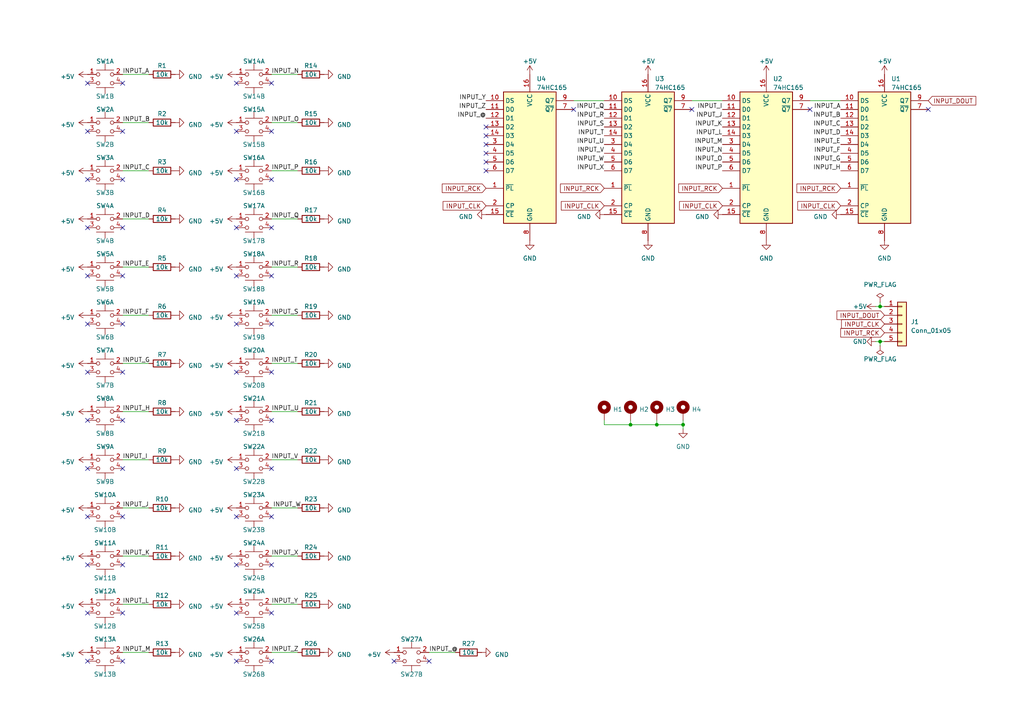
<source format=kicad_sch>
(kicad_sch (version 20220914) (generator eeschema)
  (paper "A4")
  (junction (at 255.27 99.06))
  (junction (at 190.5 123.19))
  (junction (at 182.88 123.19))
  (junction (at 255.27 88.9))
  (junction (at 198.12 123.19))
  (no_connect (at 78.74 107.95))
  (no_connect (at 25.4 121.92))
  (no_connect (at 25.4 107.95))
  (no_connect (at 25.4 93.98))
  (no_connect (at 68.58 107.95))
  (no_connect (at 35.56 163.83))
  (no_connect (at 35.56 191.77))
  (no_connect (at 35.56 149.86))
  (no_connect (at 35.56 135.89))
  (no_connect (at 35.56 177.8))
  (no_connect (at 35.56 93.98))
  (no_connect (at 35.56 107.95))
  (no_connect (at 35.56 121.92))
  (no_connect (at 35.56 80.01))
  (no_connect (at 78.74 163.83))
  (no_connect (at 78.74 149.86))
  (no_connect (at 78.74 135.89))
  (no_connect (at 78.74 121.92))
  (no_connect (at 78.74 177.8))
  (no_connect (at 78.74 191.77))
  (no_connect (at 35.56 52.07))
  (no_connect (at 35.56 66.04))
  (no_connect (at 35.56 24.13))
  (no_connect (at 35.56 38.1))
  (no_connect (at 78.74 80.01))
  (no_connect (at 269.24 31.75))
  (no_connect (at 234.95 31.75))
  (no_connect (at 140.97 36.83))
  (no_connect (at 166.37 31.75))
  (no_connect (at 200.66 31.75))
  (no_connect (at 25.4 80.01))
  (no_connect (at 25.4 24.13))
  (no_connect (at 25.4 38.1))
  (no_connect (at 25.4 52.07))
  (no_connect (at 25.4 66.04))
  (no_connect (at 68.58 66.04))
  (no_connect (at 68.58 52.07))
  (no_connect (at 68.58 38.1))
  (no_connect (at 68.58 24.13))
  (no_connect (at 68.58 93.98))
  (no_connect (at 68.58 80.01))
  (no_connect (at 140.97 49.53))
  (no_connect (at 140.97 39.37))
  (no_connect (at 140.97 41.91))
  (no_connect (at 140.97 44.45))
  (no_connect (at 140.97 46.99))
  (no_connect (at 78.74 93.98))
  (no_connect (at 78.74 38.1))
  (no_connect (at 78.74 66.04))
  (no_connect (at 78.74 24.13))
  (no_connect (at 25.4 191.77))
  (no_connect (at 25.4 177.8))
  (no_connect (at 25.4 163.83))
  (no_connect (at 25.4 149.86))
  (no_connect (at 25.4 135.89))
  (no_connect (at 68.58 177.8))
  (no_connect (at 68.58 149.86))
  (no_connect (at 68.58 163.83))
  (no_connect (at 114.3 191.77))
  (no_connect (at 68.58 135.89))
  (no_connect (at 68.58 121.92))
  (no_connect (at 68.58 191.77))
  (no_connect (at 78.74 52.07))
  (no_connect (at 124.46 191.77))
  (wire (pts (xy 43.18 119.38) (xy 35.56 119.38)))
  (wire (pts (xy 86.36 147.32) (xy 78.74 147.32)))
  (wire (pts (xy 255.27 88.9) (xy 256.54 88.9)))
  (wire (pts (xy 190.5 123.19) (xy 198.12 123.19)))
  (wire (pts (xy 190.5 121.92) (xy 190.5 123.19)))
  (wire (pts (xy 182.88 121.92) (xy 182.88 123.19)))
  (wire (pts (xy 255.27 99.06) (xy 256.54 99.06)))
  (wire (pts (xy 166.37 29.21) (xy 175.26 29.21)))
  (wire (pts (xy 43.18 189.23) (xy 35.56 189.23)))
  (wire (pts (xy 255.27 88.9) (xy 255.27 87.63)))
  (wire (pts (xy 43.18 105.41) (xy 35.56 105.41)))
  (wire (pts (xy 86.36 161.29) (xy 78.74 161.29)))
  (wire (pts (xy 86.36 133.35) (xy 78.74 133.35)))
  (wire (pts (xy 175.26 123.19) (xy 182.88 123.19)))
  (wire (pts (xy 86.36 105.41) (xy 78.74 105.41)))
  (wire (pts (xy 86.36 189.23) (xy 78.74 189.23)))
  (wire (pts (xy 200.66 29.21) (xy 209.55 29.21)))
  (wire (pts (xy 86.36 21.59) (xy 78.74 21.59)))
  (wire (pts (xy 175.26 121.92) (xy 175.26 123.19)))
  (wire (pts (xy 86.36 63.5) (xy 78.74 63.5)))
  (wire (pts (xy 86.36 119.38) (xy 78.74 119.38)))
  (wire (pts (xy 132.08 189.23) (xy 124.46 189.23)))
  (wire (pts (xy 43.18 161.29) (xy 35.56 161.29)))
  (wire (pts (xy 86.36 35.56) (xy 78.74 35.56)))
  (wire (pts (xy 43.18 91.44) (xy 35.56 91.44)))
  (wire (pts (xy 43.18 77.47) (xy 35.56 77.47)))
  (wire (pts (xy 198.12 124.46) (xy 198.12 123.19)))
  (wire (pts (xy 35.56 21.59) (xy 43.18 21.59)))
  (wire (pts (xy 234.95 29.21) (xy 243.84 29.21)))
  (wire (pts (xy 43.18 133.35) (xy 35.56 133.35)))
  (wire (pts (xy 43.18 63.5) (xy 35.56 63.5)))
  (wire (pts (xy 86.36 175.26) (xy 78.74 175.26)))
  (wire (pts (xy 182.88 123.19) (xy 190.5 123.19)))
  (wire (pts (xy 43.18 49.53) (xy 35.56 49.53)))
  (wire (pts (xy 43.18 35.56) (xy 35.56 35.56)))
  (wire (pts (xy 255.27 100.33) (xy 255.27 99.06)))
  (wire (pts (xy 198.12 123.19) (xy 198.12 121.92)))
  (wire (pts (xy 43.18 147.32) (xy 35.56 147.32)))
  (wire (pts (xy 86.36 49.53) (xy 78.74 49.53)))
  (wire (pts (xy 86.36 91.44) (xy 78.74 91.44)))
  (wire (pts (xy 254 99.06) (xy 255.27 99.06)))
  (wire (pts (xy 86.36 77.47) (xy 78.74 77.47)))
  (wire (pts (xy 43.18 175.26) (xy 35.56 175.26)))
  (wire (pts (xy 254 88.9) (xy 255.27 88.9)))
  (label "INPUT_R" (at 175.26 34.29 180))
  (label "INPUT_P" (at 78.74 49.53 0))
  (label "INPUT_C" (at 243.84 36.83 180))
  (label "INPUT_X" (at 78.74 161.29 0))
  (label "INPUT_F" (at 243.84 44.45 180))
  (label "INPUT_G" (at 35.56 105.41 0))
  (label "INPUT_W" (at 79.1763 147.32 0))
  (label "INPUT_F" (at 35.56 91.44 0))
  (label "INPUT_V" (at 78.74 133.35 0))
  (label "INPUT_@" (at 140.97 34.29 180))
  (label "INPUT_M" (at 35.56 189.23 0))
  (label "INPUT_H" (at 243.84 49.53 180))
  (label "INPUT_K" (at 209.55 36.83 180))
  (label "INPUT_B" (at 243.84 34.29 180))
  (label "INPUT_Q" (at 78.74 63.5 0))
  (label "INPUT_K" (at 35.56 161.29 0))
  (label "INPUT_G" (at 243.84 46.99 180))
  (label "INPUT_U" (at 175.26 41.91 180))
  (label "INPUT_U" (at 78.74 119.38 0))
  (label "INPUT_N" (at 209.55 44.45 180))
  (label "INPUT_J" (at 35.56 147.32 0))
  (label "INPUT_B" (at 35.56 35.56 0))
  (label "INPUT_Y" (at 140.97 29.21 180))
  (label "INPUT_V" (at 175.26 44.45 180))
  (label "INPUT_C" (at 35.56 49.53 0))
  (label "INPUT_S" (at 175.26 36.83 180))
  (label "INPUT_E" (at 35.56 77.47 0))
  (label "INPUT_W" (at 175.26 46.99 180))
  (label "INPUT_I" (at 35.56 133.35 0))
  (label "INPUT_S" (at 78.74 91.44 0))
  (label "INPUT_D" (at 243.84 39.37 180))
  (label "INPUT_E" (at 243.84 41.91 180))
  (label "INPUT_L" (at 35.56 175.26 0))
  (label "INPUT_M" (at 209.55 41.91 180))
  (label "INPUT_T" (at 78.74 105.41 0))
  (label "INPUT_Z" (at 140.97 31.75 180))
  (label "INPUT_A" (at 243.84 31.75 180))
  (label "INPUT_P" (at 209.55 49.53 180))
  (label "INPUT_X" (at 175.26 49.53 180))
  (label "INPUT_O" (at 209.55 46.99 180))
  (label "INPUT_@" (at 124.46 189.23 0))
  (label "INPUT_I" (at 209.55 31.75 180))
  (label "INPUT_H" (at 35.56 119.38 0))
  (label "INPUT_L" (at 209.55 39.37 180))
  (label "INPUT_Z" (at 78.74 189.23 0))
  (label "INPUT_Y" (at 78.74 175.26 0))
  (label "INPUT_A" (at 35.56 21.59 0))
  (label "INPUT_J" (at 209.55 34.29 180))
  (label "INPUT_O" (at 78.74 35.56 0))
  (label "INPUT_N" (at 78.74 21.59 0))
  (label "INPUT_Q" (at 175.26 31.75 180))
  (label "INPUT_R" (at 78.74 77.47 0))
  (label "INPUT_D" (at 35.56 63.5 0))
  (label "INPUT_T" (at 175.26 39.37 180))
  (global_label "INPUT_RCK" (shape input) (at 256.54 96.52 180) (property "Intersheetrefs" "${INTERSHEET_REFS}" (effects hide)))
  (global_label "INPUT_DOUT" (shape input) (at 256.54 91.44 180) (property "Intersheetrefs" "${INTERSHEET_REFS}" (effects hide)))
  (global_label "INPUT_CLK" (shape input) (at 140.97 59.69 180) (property "Intersheetrefs" "${INTERSHEET_REFS}" (effects hide)))
  (global_label "INPUT_RCK" (shape input) (at 209.55 54.61 180) (property "Intersheetrefs" "${INTERSHEET_REFS}" (effects hide)))
  (global_label "INPUT_RCK" (shape input) (at 140.97 54.61 180) (property "Intersheetrefs" "${INTERSHEET_REFS}" (effects hide)))
  (global_label "INPUT_DOUT" (shape input) (at 269.24 29.21 0) (property "Intersheetrefs" "${INTERSHEET_REFS}" (effects hide)))
  (global_label "INPUT_RCK" (shape input) (at 243.84 54.61 180) (property "Intersheetrefs" "${INTERSHEET_REFS}" (effects hide)))
  (global_label "INPUT_CLK" (shape input) (at 175.26 59.69 180) (property "Intersheetrefs" "${INTERSHEET_REFS}" (effects hide)))
  (global_label "INPUT_RCK" (shape input) (at 175.26 54.61 180) (property "Intersheetrefs" "${INTERSHEET_REFS}" (effects hide)))
  (global_label "INPUT_CLK" (shape input) (at 243.84 59.69 180) (property "Intersheetrefs" "${INTERSHEET_REFS}" (effects hide)))
  (global_label "INPUT_CLK" (shape input) (at 209.55 59.69 180) (property "Intersheetrefs" "${INTERSHEET_REFS}" (effects hide)))
  (global_label "INPUT_CLK" (shape input) (at 256.54 93.98 180) (property "Intersheetrefs" "${INTERSHEET_REFS}" (effects hide)))
  (symbol (lib_id "Switch:SW_Push_Dual_x2") (at 30.48 80.01 0) (mirror x) (unit 2)
    (default_instance (reference "SW1") (unit 2) (value "SW_Push_Dual_x2") (footprint "Button_Switch_SMD:SW_Push_1P1T_NO_CK_KSC6xxJ"))
    (property "Reference" "SW5" (at 30.48 83.82 0))
    (property "Value" "SW_Push_Dual_x2" (effects hide))
    (property "Footprint" "Button_Switch_SMD:SW_Push_1P1T_NO_CK_KSC6xxJ" (effects hide))
  )
  (symbol (lib_id "power:+5V") (at 25.4 21.59 90) (unit 1)
    (default_instance (reference "#PWR?") (unit 1) (value "+5V") (footprint ""))
    (property "Reference" "#PWR0137" (effects hide))
    (property "Value" "+5V" (at 21.59 22.225 90) (effects (justify left)))
  )
  (symbol (lib_id "power:GND") (at 50.8 133.35 90) (unit 1)
    (default_instance (reference "#PWR?") (unit 1) (value "GND") (footprint ""))
    (property "Reference" "#PWR0105" (effects hide))
    (property "Value" "GND" (at 54.61 133.985 90) (effects (justify right)))
  )
  (symbol (lib_id "Device:R") (at 90.17 91.44 90) (unit 1)
    (default_instance (reference "R1") (unit 1) (value "10k") (footprint ""))
    (property "Reference" "R19" (at 90.17 88.9 90))
    (property "Value" "10k" (at 90.17 91.44 90))
    (property "Footprint" "Resistor_THT:R_Axial_DIN0207_L6.3mm_D2.5mm_P10.16mm_Horizontal" (effects hide))
  )
  (symbol (lib_id "power:+5V") (at 68.58 161.29 90) (unit 1)
    (default_instance (reference "#PWR?") (unit 1) (value "+5V") (footprint ""))
    (property "Reference" "#PWR0127" (effects hide))
    (property "Value" "+5V" (at 64.77 161.925 90) (effects (justify left)))
  )
  (symbol (lib_id "74xx:74HC165") (at 256.54 44.45 0) (unit 1)
    (default_instance (reference "U1") (unit 1) (value "74HC165") (footprint ""))
    (property "Reference" "U1" (at 258.4959 22.86 0) (effects (justify left)))
    (property "Value" "74HC165" (at 258.4959 25.4 0) (effects (justify left)))
    (property "Footprint" "Package_DIP:DIP-16_W7.62mm" (effects hide))
    (property "Datasheet" "https://assets.nexperia.com/documents/data-sheet/74HC_HCT165.pdf" (effects hide))
  )
  (symbol (lib_id "power:GND") (at 93.98 105.41 90) (unit 1)
    (default_instance (reference "#PWR?") (unit 1) (value "GND") (footprint ""))
    (property "Reference" "#PWR0121" (effects hide))
    (property "Value" "GND" (at 97.79 106.045 90) (effects (justify right)))
  )
  (symbol (lib_id "power:+5V") (at 256.54 21.59 0) (unit 1)
    (default_instance (reference "#PWR?") (unit 1) (value "+5V") (footprint ""))
    (property "Reference" "#PWR0161" (effects hide))
    (property "Value" "+5V" (at 256.54 17.78 0))
  )
  (symbol (lib_id "power:GND") (at 93.98 91.44 90) (unit 1)
    (default_instance (reference "#PWR?") (unit 1) (value "GND") (footprint ""))
    (property "Reference" "#PWR0112" (effects hide))
    (property "Value" "GND" (at 97.79 92.075 90) (effects (justify right)))
  )
  (symbol (lib_id "Switch:SW_Push_Dual_x2") (at 30.48 91.44 0) (unit 1)
    (default_instance (reference "SW1") (unit 1) (value "SW_Push_Dual_x2") (footprint "Button_Switch_SMD:SW_Push_1P1T_NO_CK_KSC6xxJ"))
    (property "Reference" "SW6" (at 30.48 87.63 0))
    (property "Value" "SW_Push_Dual_x2" (effects hide))
    (property "Footprint" "Button_Switch_SMD:SW_Push_1P1T_NO_CK_KSC6xxJ" (effects hide))
  )
  (symbol (lib_id "power:+5V") (at 68.58 77.47 90) (unit 1)
    (default_instance (reference "#PWR?") (unit 1) (value "+5V") (footprint ""))
    (property "Reference" "#PWR0150" (effects hide))
    (property "Value" "+5V" (at 64.77 78.105 90) (effects (justify left)))
  )
  (symbol (lib_id "Switch:SW_Push_Dual_x2") (at 30.48 119.38 0) (unit 1)
    (default_instance (reference "SW1") (unit 1) (value "SW_Push_Dual_x2") (footprint "Button_Switch_SMD:SW_Push_1P1T_NO_CK_KSC6xxJ"))
    (property "Reference" "SW8" (at 30.48 115.57 0))
    (property "Value" "SW_Push_Dual_x2" (effects hide))
    (property "Footprint" "Button_Switch_SMD:SW_Push_1P1T_NO_CK_KSC6xxJ" (effects hide))
  )
  (symbol (lib_id "Device:R") (at 90.17 119.38 90) (unit 1)
    (default_instance (reference "R1") (unit 1) (value "10k") (footprint ""))
    (property "Reference" "R21" (at 90.17 116.84 90))
    (property "Value" "10k" (at 90.17 119.38 90))
    (property "Footprint" "Resistor_THT:R_Axial_DIN0207_L6.3mm_D2.5mm_P10.16mm_Horizontal" (effects hide))
  )
  (symbol (lib_id "power:GND") (at 93.98 119.38 90) (unit 1)
    (default_instance (reference "#PWR?") (unit 1) (value "GND") (footprint ""))
    (property "Reference" "#PWR0122" (effects hide))
    (property "Value" "GND" (at 97.79 120.015 90) (effects (justify right)))
  )
  (symbol (lib_id "power:GND") (at 254 99.06 270) (mirror x) (unit 1)
    (default_instance (reference "#PWR?") (unit 1) (value "GND") (footprint ""))
    (property "Reference" "#PWR0163" (effects hide))
    (property "Value" "GND" (at 251.46 99.06 90) (effects (justify right)))
  )
  (symbol (lib_id "Mechanical:MountingHole_Pad") (at 190.5 119.38 0) (unit 1)
    (default_instance (reference "H1") (unit 1) (value "MountingHole_Pad") (footprint ""))
    (property "Reference" "H3" (at 193.04 118.745 0) (effects (justify left)))
    (property "Value" "MountingHole_Pad" (effects hide))
    (property "Footprint" "MountingHole:MountingHole_4.3mm_M4_DIN965_Pad" (effects hide))
  )
  (symbol (lib_id "power:+5V") (at 68.58 105.41 90) (unit 1)
    (default_instance (reference "#PWR?") (unit 1) (value "+5V") (footprint ""))
    (property "Reference" "#PWR0114" (effects hide))
    (property "Value" "+5V" (at 64.77 106.045 90) (effects (justify left)))
  )
  (symbol (lib_id "Device:R") (at 90.17 63.5 90) (unit 1)
    (default_instance (reference "R1") (unit 1) (value "10k") (footprint ""))
    (property "Reference" "R17" (at 90.17 60.96 90))
    (property "Value" "10k" (at 90.17 63.5 90))
    (property "Footprint" "Resistor_THT:R_Axial_DIN0207_L6.3mm_D2.5mm_P10.16mm_Horizontal" (effects hide))
  )
  (symbol (lib_id "Switch:SW_Push_Dual_x2") (at 30.48 121.92 0) (mirror x) (unit 2)
    (default_instance (reference "SW1") (unit 2) (value "SW_Push_Dual_x2") (footprint "Button_Switch_SMD:SW_Push_1P1T_NO_CK_KSC6xxJ"))
    (property "Reference" "SW8" (at 30.48 125.73 0))
    (property "Value" "SW_Push_Dual_x2" (effects hide))
    (property "Footprint" "Button_Switch_SMD:SW_Push_1P1T_NO_CK_KSC6xxJ" (effects hide))
  )
  (symbol (lib_id "Device:R") (at 46.99 161.29 90) (unit 1)
    (default_instance (reference "R1") (unit 1) (value "10k") (footprint ""))
    (property "Reference" "R11" (at 46.99 158.75 90))
    (property "Value" "10k" (at 46.99 161.29 90))
    (property "Footprint" "Resistor_THT:R_Axial_DIN0207_L6.3mm_D2.5mm_P10.16mm_Horizontal" (effects hide))
  )
  (symbol (lib_id "power:GND") (at 50.8 91.44 90) (unit 1)
    (default_instance (reference "#PWR?") (unit 1) (value "GND") (footprint ""))
    (property "Reference" "#PWR0118" (effects hide))
    (property "Value" "GND" (at 54.61 92.075 90) (effects (justify right)))
  )
  (symbol (lib_id "power:PWR_FLAG") (at 255.27 87.63 0) (mirror y) (unit 1)
    (default_instance (reference "#FLG0101") (unit 1) (value "PWR_FLAG") (footprint ""))
    (property "Reference" "#FLG0101" (effects hide))
    (property "Value" "PWR_FLAG" (at 255.27 82.55 0))
  )
  (symbol (lib_id "Switch:SW_Push_Dual_x2") (at 30.48 135.89 0) (mirror x) (unit 2)
    (default_instance (reference "SW1") (unit 2) (value "SW_Push_Dual_x2") (footprint "Button_Switch_SMD:SW_Push_1P1T_NO_CK_KSC6xxJ"))
    (property "Reference" "SW9" (at 30.48 139.7 0))
    (property "Value" "SW_Push_Dual_x2" (effects hide))
    (property "Footprint" "Button_Switch_SMD:SW_Push_1P1T_NO_CK_KSC6xxJ" (effects hide))
  )
  (symbol (lib_id "power:GND") (at 50.8 147.32 90) (unit 1)
    (default_instance (reference "#PWR?") (unit 1) (value "GND") (footprint ""))
    (property "Reference" "#PWR0104" (effects hide))
    (property "Value" "GND" (at 54.61 147.955 90) (effects (justify right)))
  )
  (symbol (lib_id "Switch:SW_Push_Dual_x2") (at 30.48 52.07 0) (mirror x) (unit 2)
    (default_instance (reference "SW1") (unit 2) (value "SW_Push_Dual_x2") (footprint "Button_Switch_SMD:SW_Push_1P1T_NO_CK_KSC6xxJ"))
    (property "Reference" "SW3" (at 30.48 55.88 0))
    (property "Value" "SW_Push_Dual_x2" (effects hide))
    (property "Footprint" "Button_Switch_SMD:SW_Push_1P1T_NO_CK_KSC6xxJ" (effects hide))
  )
  (symbol (lib_id "Switch:SW_Push_Dual_x2") (at 73.66 38.1 0) (mirror x) (unit 2)
    (default_instance (reference "SW1") (unit 2) (value "SW_Push_Dual_x2") (footprint "Button_Switch_SMD:SW_Push_1P1T_NO_CK_KSC6xxJ"))
    (property "Reference" "SW15" (at 73.66 41.91 0))
    (property "Value" "SW_Push_Dual_x2" (effects hide))
    (property "Footprint" "Button_Switch_SMD:SW_Push_1P1T_NO_CK_KSC6xxJ" (effects hide))
  )
  (symbol (lib_id "Connector_Generic:Conn_01x05") (at 261.62 93.98 0) (unit 1)
    (default_instance (reference "J1") (unit 1) (value "Conn_01x05") (footprint ""))
    (property "Reference" "J1" (at 264.16 93.345 0) (effects (justify left)))
    (property "Value" "Conn_01x05" (at 264.16 95.885 0) (effects (justify left)))
    (property "Footprint" "Connector_JST:JST_XH_B5B-XH-A_1x05_P2.50mm_Vertical" (effects hide))
  )
  (symbol (lib_id "power:GND") (at 50.8 21.59 90) (unit 1)
    (default_instance (reference "#PWR?") (unit 1) (value "GND") (footprint ""))
    (property "Reference" "#PWR0145" (effects hide))
    (property "Value" "GND" (at 54.61 22.225 90) (effects (justify right)))
  )
  (symbol (lib_id "power:GND") (at 175.26 62.23 270) (unit 1)
    (default_instance (reference "#PWR?") (unit 1) (value "GND") (footprint ""))
    (property "Reference" "#PWR0158" (effects hide))
    (property "Value" "GND" (at 171.45 62.865 90) (effects (justify right)))
  )
  (symbol (lib_id "74xx:74HC165") (at 153.67 44.45 0) (unit 1)
    (default_instance (reference "U1") (unit 1) (value "74HC165") (footprint ""))
    (property "Reference" "U4" (at 155.6259 22.86 0) (effects (justify left)))
    (property "Value" "74HC165" (at 155.6259 25.4 0) (effects (justify left)))
    (property "Footprint" "Package_DIP:DIP-16_W7.62mm" (effects hide))
    (property "Datasheet" "https://assets.nexperia.com/documents/data-sheet/74HC_HCT165.pdf" (effects hide))
  )
  (symbol (lib_id "Device:R") (at 46.99 189.23 90) (unit 1)
    (default_instance (reference "R1") (unit 1) (value "10k") (footprint ""))
    (property "Reference" "R13" (at 46.99 186.69 90))
    (property "Value" "10k" (at 46.99 189.23 90))
    (property "Footprint" "Resistor_THT:R_Axial_DIN0207_L6.3mm_D2.5mm_P10.16mm_Horizontal" (effects hide))
  )
  (symbol (lib_id "Switch:SW_Push_Dual_x2") (at 30.48 24.13 0) (mirror x) (unit 2)
    (default_instance (reference "SW1") (unit 2) (value "SW_Push_Dual_x2") (footprint "Button_Switch_SMD:SW_Push_1P1T_NO_CK_KSC6xxJ"))
    (property "Reference" "SW1" (at 30.48 27.94 0))
    (property "Value" "SW_Push_Dual_x2" (effects hide))
    (property "Footprint" "Button_Switch_SMD:SW_Push_1P1T_NO_CK_KSC6xxJ" (effects hide))
  )
  (symbol (lib_id "power:+5V") (at 25.4 63.5 90) (unit 1)
    (default_instance (reference "#PWR?") (unit 1) (value "+5V") (footprint ""))
    (property "Reference" "#PWR0136" (effects hide))
    (property "Value" "+5V" (at 21.59 64.135 90) (effects (justify left)))
  )
  (symbol (lib_id "Device:R") (at 46.99 35.56 90) (unit 1)
    (default_instance (reference "R1") (unit 1) (value "10k") (footprint ""))
    (property "Reference" "R2" (at 46.99 33.02 90))
    (property "Value" "10k" (at 46.99 35.56 90))
    (property "Footprint" "Resistor_THT:R_Axial_DIN0207_L6.3mm_D2.5mm_P10.16mm_Horizontal" (effects hide))
  )
  (symbol (lib_id "power:+5V") (at 114.3 189.23 90) (unit 1)
    (default_instance (reference "#PWR?") (unit 1) (value "+5V") (footprint ""))
    (property "Reference" "#PWR0134" (effects hide))
    (property "Value" "+5V" (at 110.49 189.865 90) (effects (justify left)))
  )
  (symbol (lib_id "Device:R") (at 46.99 49.53 90) (unit 1)
    (default_instance (reference "R1") (unit 1) (value "10k") (footprint ""))
    (property "Reference" "R3" (at 46.99 46.99 90))
    (property "Value" "10k" (at 46.99 49.53 90))
    (property "Footprint" "Resistor_THT:R_Axial_DIN0207_L6.3mm_D2.5mm_P10.16mm_Horizontal" (effects hide))
  )
  (symbol (lib_id "Device:R") (at 46.99 21.59 90) (unit 1)
    (default_instance (reference "R1") (unit 1) (value "10k") (footprint ""))
    (property "Reference" "R1" (at 46.99 19.05 90))
    (property "Value" "10k" (at 46.99 21.59 90))
    (property "Footprint" "Resistor_THT:R_Axial_DIN0207_L6.3mm_D2.5mm_P10.16mm_Horizontal" (effects hide))
  )
  (symbol (lib_id "Switch:SW_Push_Dual_x2") (at 73.66 135.89 0) (mirror x) (unit 2)
    (default_instance (reference "SW1") (unit 2) (value "SW_Push_Dual_x2") (footprint "Button_Switch_SMD:SW_Push_1P1T_NO_CK_KSC6xxJ"))
    (property "Reference" "SW22" (at 73.66 139.7 0))
    (property "Value" "SW_Push_Dual_x2" (effects hide))
    (property "Footprint" "Button_Switch_SMD:SW_Push_1P1T_NO_CK_KSC6xxJ" (effects hide))
  )
  (symbol (lib_id "74xx:74HC165") (at 222.25 44.45 0) (unit 1)
    (default_instance (reference "U1") (unit 1) (value "74HC165") (footprint ""))
    (property "Reference" "U2" (at 224.2059 22.86 0) (effects (justify left)))
    (property "Value" "74HC165" (at 224.2059 25.4 0) (effects (justify left)))
    (property "Footprint" "Package_DIP:DIP-16_W7.62mm" (effects hide))
    (property "Datasheet" "https://assets.nexperia.com/documents/data-sheet/74HC_HCT165.pdf" (effects hide))
  )
  (symbol (lib_id "Switch:SW_Push_Dual_x2") (at 30.48 107.95 0) (mirror x) (unit 2)
    (default_instance (reference "SW1") (unit 2) (value "SW_Push_Dual_x2") (footprint "Button_Switch_SMD:SW_Push_1P1T_NO_CK_KSC6xxJ"))
    (property "Reference" "SW7" (at 30.48 111.76 0))
    (property "Value" "SW_Push_Dual_x2" (effects hide))
    (property "Footprint" "Button_Switch_SMD:SW_Push_1P1T_NO_CK_KSC6xxJ" (effects hide))
  )
  (symbol (lib_id "Switch:SW_Push_Dual_x2") (at 73.66 119.38 0) (unit 1)
    (default_instance (reference "SW1") (unit 1) (value "SW_Push_Dual_x2") (footprint "Button_Switch_SMD:SW_Push_1P1T_NO_CK_KSC6xxJ"))
    (property "Reference" "SW21" (at 73.66 115.57 0))
    (property "Value" "SW_Push_Dual_x2" (effects hide))
    (property "Footprint" "Button_Switch_SMD:SW_Push_1P1T_NO_CK_KSC6xxJ" (effects hide))
  )
  (symbol (lib_id "Switch:SW_Push_Dual_x2") (at 30.48 175.26 0) (unit 1)
    (default_instance (reference "SW1") (unit 1) (value "SW_Push_Dual_x2") (footprint "Button_Switch_SMD:SW_Push_1P1T_NO_CK_KSC6xxJ"))
    (property "Reference" "SW12" (at 30.48 171.45 0))
    (property "Value" "SW_Push_Dual_x2" (effects hide))
    (property "Footprint" "Button_Switch_SMD:SW_Push_1P1T_NO_CK_KSC6xxJ" (effects hide))
  )
  (symbol (lib_id "power:+5V") (at 25.4 133.35 90) (unit 1)
    (default_instance (reference "#PWR?") (unit 1) (value "+5V") (footprint ""))
    (property "Reference" "#PWR0101" (effects hide))
    (property "Value" "+5V" (at 21.59 133.985 90) (effects (justify left)))
  )
  (symbol (lib_id "power:GND") (at 93.98 161.29 90) (unit 1)
    (default_instance (reference "#PWR?") (unit 1) (value "GND") (footprint ""))
    (property "Reference" "#PWR0129" (effects hide))
    (property "Value" "GND" (at 97.79 161.925 90) (effects (justify right)))
  )
  (symbol (lib_id "Switch:SW_Push_Dual_x2") (at 30.48 133.35 0) (unit 1)
    (default_instance (reference "SW1") (unit 1) (value "SW_Push_Dual_x2") (footprint "Button_Switch_SMD:SW_Push_1P1T_NO_CK_KSC6xxJ"))
    (property "Reference" "SW9" (at 30.48 129.54 0))
    (property "Value" "SW_Push_Dual_x2" (effects hide))
    (property "Footprint" "Button_Switch_SMD:SW_Push_1P1T_NO_CK_KSC6xxJ" (effects hide))
  )
  (symbol (lib_id "power:GND") (at 140.97 62.23 270) (unit 1)
    (default_instance (reference "#PWR?") (unit 1) (value "GND") (footprint ""))
    (property "Reference" "#PWR0165" (effects hide))
    (property "Value" "GND" (at 137.16 62.865 90) (effects (justify right)))
  )
  (symbol (lib_id "power:+5V") (at 153.67 21.59 0) (unit 1)
    (default_instance (reference "#PWR?") (unit 1) (value "+5V") (footprint ""))
    (property "Reference" "#PWR0156" (effects hide))
    (property "Value" "+5V" (at 153.67 17.78 0))
  )
  (symbol (lib_id "Device:R") (at 90.17 49.53 90) (unit 1)
    (default_instance (reference "R1") (unit 1) (value "10k") (footprint ""))
    (property "Reference" "R16" (at 90.17 46.99 90))
    (property "Value" "10k" (at 90.17 49.53 90))
    (property "Footprint" "Resistor_THT:R_Axial_DIN0207_L6.3mm_D2.5mm_P10.16mm_Horizontal" (effects hide))
  )
  (symbol (lib_id "Device:R") (at 46.99 105.41 90) (unit 1)
    (default_instance (reference "R1") (unit 1) (value "10k") (footprint ""))
    (property "Reference" "R7" (at 46.99 102.87 90))
    (property "Value" "10k" (at 46.99 105.41 90))
    (property "Footprint" "Resistor_THT:R_Axial_DIN0207_L6.3mm_D2.5mm_P10.16mm_Horizontal" (effects hide))
  )
  (symbol (lib_id "power:+5V") (at 68.58 133.35 90) (unit 1)
    (default_instance (reference "#PWR?") (unit 1) (value "+5V") (footprint ""))
    (property "Reference" "#PWR0125" (effects hide))
    (property "Value" "+5V" (at 64.77 133.985 90) (effects (justify left)))
  )
  (symbol (lib_id "power:GND") (at 93.98 35.56 90) (unit 1)
    (default_instance (reference "#PWR?") (unit 1) (value "GND") (footprint ""))
    (property "Reference" "#PWR0152" (effects hide))
    (property "Value" "GND" (at 97.79 36.195 90) (effects (justify right)))
  )
  (symbol (lib_id "power:GND") (at 50.8 105.41 90) (unit 1)
    (default_instance (reference "#PWR?") (unit 1) (value "GND") (footprint ""))
    (property "Reference" "#PWR0116" (effects hide))
    (property "Value" "GND" (at 54.61 106.045 90) (effects (justify right)))
  )
  (symbol (lib_id "Device:R") (at 46.99 147.32 90) (unit 1)
    (default_instance (reference "R1") (unit 1) (value "10k") (footprint ""))
    (property "Reference" "R10" (at 46.99 144.78 90))
    (property "Value" "10k" (at 46.99 147.32 90))
    (property "Footprint" "Resistor_THT:R_Axial_DIN0207_L6.3mm_D2.5mm_P10.16mm_Horizontal" (effects hide))
  )
  (symbol (lib_id "power:+5V") (at 68.58 49.53 90) (unit 1)
    (default_instance (reference "#PWR?") (unit 1) (value "+5V") (footprint ""))
    (property "Reference" "#PWR0142" (effects hide))
    (property "Value" "+5V" (at 64.77 50.165 90) (effects (justify left)))
  )
  (symbol (lib_id "Mechanical:MountingHole_Pad") (at 198.12 119.38 0) (unit 1)
    (default_instance (reference "H1") (unit 1) (value "MountingHole_Pad") (footprint ""))
    (property "Reference" "H4" (at 200.66 118.745 0) (effects (justify left)))
    (property "Value" "MountingHole_Pad" (effects hide))
    (property "Footprint" "MountingHole:MountingHole_4.3mm_M4_DIN965_Pad" (effects hide))
  )
  (symbol (lib_id "Device:R") (at 46.99 119.38 90) (unit 1)
    (default_instance (reference "R1") (unit 1) (value "10k") (footprint ""))
    (property "Reference" "R8" (at 46.99 116.84 90))
    (property "Value" "10k" (at 46.99 119.38 90))
    (property "Footprint" "Resistor_THT:R_Axial_DIN0207_L6.3mm_D2.5mm_P10.16mm_Horizontal" (effects hide))
  )
  (symbol (lib_id "power:GND") (at 222.25 69.85 0) (unit 1)
    (default_instance (reference "#PWR?") (unit 1) (value "GND") (footprint ""))
    (property "Reference" "#PWR0164" (effects hide))
    (property "Value" "GND" (at 222.25 74.93 0))
  )
  (symbol (lib_id "Switch:SW_Push_Dual_x2") (at 73.66 91.44 0) (unit 1)
    (default_instance (reference "SW1") (unit 1) (value "SW_Push_Dual_x2") (footprint "Button_Switch_SMD:SW_Push_1P1T_NO_CK_KSC6xxJ"))
    (property "Reference" "SW19" (at 73.66 87.63 0))
    (property "Value" "SW_Push_Dual_x2" (effects hide))
    (property "Footprint" "Button_Switch_SMD:SW_Push_1P1T_NO_CK_KSC6xxJ" (effects hide))
  )
  (symbol (lib_id "Switch:SW_Push_Dual_x2") (at 73.66 80.01 0) (mirror x) (unit 2)
    (default_instance (reference "SW1") (unit 2) (value "SW_Push_Dual_x2") (footprint "Button_Switch_SMD:SW_Push_1P1T_NO_CK_KSC6xxJ"))
    (property "Reference" "SW18" (at 73.66 83.82 0))
    (property "Value" "SW_Push_Dual_x2" (effects hide))
    (property "Footprint" "Button_Switch_SMD:SW_Push_1P1T_NO_CK_KSC6xxJ" (effects hide))
  )
  (symbol (lib_id "power:+5V") (at 25.4 119.38 90) (unit 1)
    (default_instance (reference "#PWR?") (unit 1) (value "+5V") (footprint ""))
    (property "Reference" "#PWR0115" (effects hide))
    (property "Value" "+5V" (at 21.59 120.015 90) (effects (justify left)))
  )
  (symbol (lib_id "power:+5V") (at 68.58 63.5 90) (unit 1)
    (default_instance (reference "#PWR?") (unit 1) (value "+5V") (footprint ""))
    (property "Reference" "#PWR0147" (effects hide))
    (property "Value" "+5V" (at 64.77 64.135 90) (effects (justify left)))
  )
  (symbol (lib_id "Switch:SW_Push_Dual_x2") (at 30.48 189.23 0) (unit 1)
    (default_instance (reference "SW1") (unit 1) (value "SW_Push_Dual_x2") (footprint "Button_Switch_SMD:SW_Push_1P1T_NO_CK_KSC6xxJ"))
    (property "Reference" "SW13" (at 30.48 185.42 0))
    (property "Value" "SW_Push_Dual_x2" (effects hide))
    (property "Footprint" "Button_Switch_SMD:SW_Push_1P1T_NO_CK_KSC6xxJ" (effects hide))
  )
  (symbol (lib_id "power:+5V") (at 68.58 21.59 90) (unit 1)
    (default_instance (reference "#PWR?") (unit 1) (value "+5V") (footprint ""))
    (property "Reference" "#PWR0143" (effects hide))
    (property "Value" "+5V" (at 64.77 22.225 90) (effects (justify left)))
  )
  (symbol (lib_id "74xx:74HC165") (at 187.96 44.45 0) (unit 1)
    (default_instance (reference "U1") (unit 1) (value "74HC165") (footprint ""))
    (property "Reference" "U3" (at 189.9159 22.86 0) (effects (justify left)))
    (property "Value" "74HC165" (at 189.9159 25.4 0) (effects (justify left)))
    (property "Footprint" "Package_DIP:DIP-16_W7.62mm" (effects hide))
    (property "Datasheet" "https://assets.nexperia.com/documents/data-sheet/74HC_HCT165.pdf" (effects hide))
  )
  (symbol (lib_id "Switch:SW_Push_Dual_x2") (at 73.66 35.56 0) (unit 1)
    (default_instance (reference "SW1") (unit 1) (value "SW_Push_Dual_x2") (footprint "Button_Switch_SMD:SW_Push_1P1T_NO_CK_KSC6xxJ"))
    (property "Reference" "SW15" (at 73.66 31.75 0))
    (property "Value" "SW_Push_Dual_x2" (effects hide))
    (property "Footprint" "Button_Switch_SMD:SW_Push_1P1T_NO_CK_KSC6xxJ" (effects hide))
  )
  (symbol (lib_id "power:+5V") (at 68.58 147.32 90) (unit 1)
    (default_instance (reference "#PWR?") (unit 1) (value "+5V") (footprint ""))
    (property "Reference" "#PWR0126" (effects hide))
    (property "Value" "+5V" (at 64.77 147.955 90) (effects (justify left)))
  )
  (symbol (lib_id "Device:R") (at 46.99 77.47 90) (unit 1)
    (default_instance (reference "R1") (unit 1) (value "10k") (footprint ""))
    (property "Reference" "R5" (at 46.99 74.93 90))
    (property "Value" "10k" (at 46.99 77.47 90))
    (property "Footprint" "Resistor_THT:R_Axial_DIN0207_L6.3mm_D2.5mm_P10.16mm_Horizontal" (effects hide))
  )
  (symbol (lib_id "Switch:SW_Push_Dual_x2") (at 73.66 21.59 0) (unit 1)
    (default_instance (reference "SW1") (unit 1) (value "SW_Push_Dual_x2") (footprint "Button_Switch_SMD:SW_Push_1P1T_NO_CK_KSC6xxJ"))
    (property "Reference" "SW14" (at 73.66 17.78 0))
    (property "Value" "SW_Push_Dual_x2" (effects hide))
    (property "Footprint" "Button_Switch_SMD:SW_Push_1P1T_NO_CK_KSC6xxJ" (effects hide))
  )
  (symbol (lib_id "power:+5V") (at 68.58 175.26 90) (unit 1)
    (default_instance (reference "#PWR?") (unit 1) (value "+5V") (footprint ""))
    (property "Reference" "#PWR0131" (effects hide))
    (property "Value" "+5V" (at 64.77 175.895 90) (effects (justify left)))
  )
  (symbol (lib_id "Switch:SW_Push_Dual_x2") (at 73.66 149.86 0) (mirror x) (unit 2)
    (default_instance (reference "SW1") (unit 2) (value "SW_Push_Dual_x2") (footprint "Button_Switch_SMD:SW_Push_1P1T_NO_CK_KSC6xxJ"))
    (property "Reference" "SW23" (at 73.66 153.67 0))
    (property "Value" "SW_Push_Dual_x2" (effects hide))
    (property "Footprint" "Button_Switch_SMD:SW_Push_1P1T_NO_CK_KSC6xxJ" (effects hide))
  )
  (symbol (lib_id "Switch:SW_Push_Dual_x2") (at 30.48 35.56 0) (unit 1)
    (default_instance (reference "SW1") (unit 1) (value "SW_Push_Dual_x2") (footprint "Button_Switch_SMD:SW_Push_1P1T_NO_CK_KSC6xxJ"))
    (property "Reference" "SW2" (at 30.48 31.75 0))
    (property "Value" "SW_Push_Dual_x2" (effects hide))
    (property "Footprint" "Button_Switch_SMD:SW_Push_1P1T_NO_CK_KSC6xxJ" (effects hide))
  )
  (symbol (lib_id "power:+5V") (at 25.4 91.44 90) (unit 1)
    (default_instance (reference "#PWR?") (unit 1) (value "+5V") (footprint ""))
    (property "Reference" "#PWR0119" (effects hide))
    (property "Value" "+5V" (at 21.59 92.075 90) (effects (justify left)))
  )
  (symbol (lib_id "Switch:SW_Push_Dual_x2") (at 73.66 66.04 0) (mirror x) (unit 2)
    (default_instance (reference "SW1") (unit 2) (value "SW_Push_Dual_x2") (footprint "Button_Switch_SMD:SW_Push_1P1T_NO_CK_KSC6xxJ"))
    (property "Reference" "SW17" (at 73.66 69.85 0))
    (property "Value" "SW_Push_Dual_x2" (effects hide))
    (property "Footprint" "Button_Switch_SMD:SW_Push_1P1T_NO_CK_KSC6xxJ" (effects hide))
  )
  (symbol (lib_id "power:GND") (at 256.54 69.85 0) (unit 1)
    (default_instance (reference "#PWR?") (unit 1) (value "GND") (footprint ""))
    (property "Reference" "#PWR0168" (effects hide))
    (property "Value" "GND" (at 256.54 74.93 0))
  )
  (symbol (lib_id "Switch:SW_Push_Dual_x2") (at 73.66 107.95 0) (mirror x) (unit 2)
    (default_instance (reference "SW1") (unit 2) (value "SW_Push_Dual_x2") (footprint "Button_Switch_SMD:SW_Push_1P1T_NO_CK_KSC6xxJ"))
    (property "Reference" "SW20" (at 73.66 111.76 0))
    (property "Value" "SW_Push_Dual_x2" (effects hide))
    (property "Footprint" "Button_Switch_SMD:SW_Push_1P1T_NO_CK_KSC6xxJ" (effects hide))
  )
  (symbol (lib_id "Switch:SW_Push_Dual_x2") (at 30.48 63.5 0) (unit 1)
    (default_instance (reference "SW1") (unit 1) (value "SW_Push_Dual_x2") (footprint "Button_Switch_SMD:SW_Push_1P1T_NO_CK_KSC6xxJ"))
    (property "Reference" "SW4" (at 30.48 59.69 0))
    (property "Value" "SW_Push_Dual_x2" (effects hide))
    (property "Footprint" "Button_Switch_SMD:SW_Push_1P1T_NO_CK_KSC6xxJ" (effects hide))
  )
  (symbol (lib_id "Switch:SW_Push_Dual_x2") (at 30.48 93.98 0) (mirror x) (unit 2)
    (default_instance (reference "SW1") (unit 2) (value "SW_Push_Dual_x2") (footprint "Button_Switch_SMD:SW_Push_1P1T_NO_CK_KSC6xxJ"))
    (property "Reference" "SW6" (at 30.48 97.79 0))
    (property "Value" "SW_Push_Dual_x2" (effects hide))
    (property "Footprint" "Button_Switch_SMD:SW_Push_1P1T_NO_CK_KSC6xxJ" (effects hide))
  )
  (symbol (lib_id "Switch:SW_Push_Dual_x2") (at 73.66 163.83 0) (mirror x) (unit 2)
    (default_instance (reference "SW1") (unit 2) (value "SW_Push_Dual_x2") (footprint "Button_Switch_SMD:SW_Push_1P1T_NO_CK_KSC6xxJ"))
    (property "Reference" "SW24" (at 73.66 167.64 0))
    (property "Value" "SW_Push_Dual_x2" (effects hide))
    (property "Footprint" "Button_Switch_SMD:SW_Push_1P1T_NO_CK_KSC6xxJ" (effects hide))
  )
  (symbol (lib_id "Switch:SW_Push_Dual_x2") (at 73.66 161.29 0) (unit 1)
    (default_instance (reference "SW1") (unit 1) (value "SW_Push_Dual_x2") (footprint "Button_Switch_SMD:SW_Push_1P1T_NO_CK_KSC6xxJ"))
    (property "Reference" "SW24" (at 73.66 157.48 0))
    (property "Value" "SW_Push_Dual_x2" (effects hide))
    (property "Footprint" "Button_Switch_SMD:SW_Push_1P1T_NO_CK_KSC6xxJ" (effects hide))
  )
  (symbol (lib_id "Switch:SW_Push_Dual_x2") (at 73.66 24.13 0) (mirror x) (unit 2)
    (default_instance (reference "SW1") (unit 2) (value "SW_Push_Dual_x2") (footprint "Button_Switch_SMD:SW_Push_1P1T_NO_CK_KSC6xxJ"))
    (property "Reference" "SW14" (at 73.66 27.94 0))
    (property "Value" "SW_Push_Dual_x2" (effects hide))
    (property "Footprint" "Button_Switch_SMD:SW_Push_1P1T_NO_CK_KSC6xxJ" (effects hide))
  )
  (symbol (lib_id "power:+5V") (at 25.4 77.47 90) (unit 1)
    (default_instance (reference "#PWR?") (unit 1) (value "+5V") (footprint ""))
    (property "Reference" "#PWR0135" (effects hide))
    (property "Value" "+5V" (at 21.59 78.105 90) (effects (justify left)))
  )
  (symbol (lib_id "power:GND") (at 187.96 69.85 0) (unit 1)
    (default_instance (reference "#PWR?") (unit 1) (value "GND") (footprint ""))
    (property "Reference" "#PWR0159" (effects hide))
    (property "Value" "GND" (at 187.96 74.93 0))
  )
  (symbol (lib_id "power:+5V") (at 68.58 189.23 90) (unit 1)
    (default_instance (reference "#PWR?") (unit 1) (value "+5V") (footprint ""))
    (property "Reference" "#PWR0132" (effects hide))
    (property "Value" "+5V" (at 64.77 189.865 90) (effects (justify left)))
  )
  (symbol (lib_id "power:+5V") (at 25.4 35.56 90) (unit 1)
    (default_instance (reference "#PWR?") (unit 1) (value "+5V") (footprint ""))
    (property "Reference" "#PWR0138" (effects hide))
    (property "Value" "+5V" (at 21.59 36.195 90) (effects (justify left)))
  )
  (symbol (lib_id "Switch:SW_Push_Dual_x2") (at 30.48 147.32 0) (unit 1)
    (default_instance (reference "SW1") (unit 1) (value "SW_Push_Dual_x2") (footprint "Button_Switch_SMD:SW_Push_1P1T_NO_CK_KSC6xxJ"))
    (property "Reference" "SW10" (at 30.48 143.51 0))
    (property "Value" "SW_Push_Dual_x2" (effects hide))
    (property "Footprint" "Button_Switch_SMD:SW_Push_1P1T_NO_CK_KSC6xxJ" (effects hide))
  )
  (symbol (lib_id "Device:R") (at 90.17 105.41 90) (unit 1)
    (default_instance (reference "R1") (unit 1) (value "10k") (footprint ""))
    (property "Reference" "R20" (at 90.17 102.87 90))
    (property "Value" "10k" (at 90.17 105.41 90))
    (property "Footprint" "Resistor_THT:R_Axial_DIN0207_L6.3mm_D2.5mm_P10.16mm_Horizontal" (effects hide))
  )
  (symbol (lib_id "Switch:SW_Push_Dual_x2") (at 30.48 161.29 0) (unit 1)
    (default_instance (reference "SW1") (unit 1) (value "SW_Push_Dual_x2") (footprint "Button_Switch_SMD:SW_Push_1P1T_NO_CK_KSC6xxJ"))
    (property "Reference" "SW11" (at 30.48 157.48 0))
    (property "Value" "SW_Push_Dual_x2" (effects hide))
    (property "Footprint" "Button_Switch_SMD:SW_Push_1P1T_NO_CK_KSC6xxJ" (effects hide))
  )
  (symbol (lib_id "Device:R") (at 46.99 63.5 90) (unit 1)
    (default_instance (reference "R1") (unit 1) (value "10k") (footprint ""))
    (property "Reference" "R4" (at 46.99 60.96 90))
    (property "Value" "10k" (at 46.99 63.5 90))
    (property "Footprint" "Resistor_THT:R_Axial_DIN0207_L6.3mm_D2.5mm_P10.16mm_Horizontal" (effects hide))
  )
  (symbol (lib_id "power:+5V") (at 68.58 91.44 90) (unit 1)
    (default_instance (reference "#PWR?") (unit 1) (value "+5V") (footprint ""))
    (property "Reference" "#PWR0111" (effects hide))
    (property "Value" "+5V" (at 64.77 92.075 90) (effects (justify left)))
  )
  (symbol (lib_id "Device:R") (at 46.99 91.44 90) (unit 1)
    (default_instance (reference "R1") (unit 1) (value "10k") (footprint ""))
    (property "Reference" "R6" (at 46.99 88.9 90))
    (property "Value" "10k" (at 46.99 91.44 90))
    (property "Footprint" "Resistor_THT:R_Axial_DIN0207_L6.3mm_D2.5mm_P10.16mm_Horizontal" (effects hide))
  )
  (symbol (lib_id "Mechanical:MountingHole_Pad") (at 182.88 119.38 0) (unit 1)
    (default_instance (reference "H1") (unit 1) (value "MountingHole_Pad") (footprint ""))
    (property "Reference" "H2" (at 185.42 118.745 0) (effects (justify left)))
    (property "Value" "MountingHole_Pad" (effects hide))
    (property "Footprint" "MountingHole:MountingHole_4.3mm_M4_DIN965_Pad" (effects hide))
  )
  (symbol (lib_id "power:+5V") (at 222.25 21.59 0) (unit 1)
    (default_instance (reference "#PWR?") (unit 1) (value "+5V") (footprint ""))
    (property "Reference" "#PWR0160" (effects hide))
    (property "Value" "+5V" (at 222.25 17.78 0))
  )
  (symbol (lib_id "power:GND") (at 93.98 175.26 90) (unit 1)
    (default_instance (reference "#PWR?") (unit 1) (value "GND") (footprint ""))
    (property "Reference" "#PWR0124" (effects hide))
    (property "Value" "GND" (at 97.79 175.895 90) (effects (justify right)))
  )
  (symbol (lib_id "Switch:SW_Push_Dual_x2") (at 30.48 163.83 0) (mirror x) (unit 2)
    (default_instance (reference "SW1") (unit 2) (value "SW_Push_Dual_x2") (footprint "Button_Switch_SMD:SW_Push_1P1T_NO_CK_KSC6xxJ"))
    (property "Reference" "SW11" (at 30.48 167.64 0))
    (property "Value" "SW_Push_Dual_x2" (effects hide))
    (property "Footprint" "Button_Switch_SMD:SW_Push_1P1T_NO_CK_KSC6xxJ" (effects hide))
  )
  (symbol (lib_id "power:GND") (at 93.98 147.32 90) (unit 1)
    (default_instance (reference "#PWR?") (unit 1) (value "GND") (footprint ""))
    (property "Reference" "#PWR0130" (effects hide))
    (property "Value" "GND" (at 97.79 147.955 90) (effects (justify right)))
  )
  (symbol (lib_id "Switch:SW_Push_Dual_x2") (at 119.38 189.23 0) (unit 1)
    (default_instance (reference "SW1") (unit 1) (value "SW_Push_Dual_x2") (footprint "Button_Switch_SMD:SW_Push_1P1T_NO_CK_KSC6xxJ"))
    (property "Reference" "SW27" (at 119.38 185.42 0))
    (property "Value" "SW_Push_Dual_x2" (effects hide))
    (property "Footprint" "Button_Switch_SMD:SW_Push_1P1T_NO_CK_KSC6xxJ" (effects hide))
  )
  (symbol (lib_id "Switch:SW_Push_Dual_x2") (at 73.66 175.26 0) (unit 1)
    (default_instance (reference "SW1") (unit 1) (value "SW_Push_Dual_x2") (footprint "Button_Switch_SMD:SW_Push_1P1T_NO_CK_KSC6xxJ"))
    (property "Reference" "SW25" (at 73.66 171.45 0))
    (property "Value" "SW_Push_Dual_x2" (effects hide))
    (property "Footprint" "Button_Switch_SMD:SW_Push_1P1T_NO_CK_KSC6xxJ" (effects hide))
  )
  (symbol (lib_id "power:+5V") (at 68.58 35.56 90) (unit 1)
    (default_instance (reference "#PWR?") (unit 1) (value "+5V") (footprint ""))
    (property "Reference" "#PWR0144" (effects hide))
    (property "Value" "+5V" (at 64.77 36.195 90) (effects (justify left)))
  )
  (symbol (lib_id "Device:R") (at 90.17 21.59 90) (unit 1)
    (default_instance (reference "R1") (unit 1) (value "10k") (footprint ""))
    (property "Reference" "R14" (at 90.17 19.05 90))
    (property "Value" "10k" (at 90.17 21.59 90))
    (property "Footprint" "Resistor_THT:R_Axial_DIN0207_L6.3mm_D2.5mm_P10.16mm_Horizontal" (effects hide))
  )
  (symbol (lib_id "power:GND") (at 93.98 189.23 90) (unit 1)
    (default_instance (reference "#PWR?") (unit 1) (value "GND") (footprint ""))
    (property "Reference" "#PWR0123" (effects hide))
    (property "Value" "GND" (at 97.79 189.865 90) (effects (justify right)))
  )
  (symbol (lib_id "power:PWR_FLAG") (at 255.27 100.33 0) (mirror x) (unit 1)
    (default_instance (reference "#FLG0102") (unit 1) (value "PWR_FLAG") (footprint ""))
    (property "Reference" "#FLG0102" (effects hide))
    (property "Value" "PWR_FLAG" (at 255.27 104.14 0))
  )
  (symbol (lib_id "power:GND") (at 50.8 119.38 90) (unit 1)
    (default_instance (reference "#PWR?") (unit 1) (value "GND") (footprint ""))
    (property "Reference" "#PWR0117" (effects hide))
    (property "Value" "GND" (at 54.61 120.015 90) (effects (justify right)))
  )
  (symbol (lib_id "power:+5V") (at 25.4 189.23 90) (unit 1)
    (default_instance (reference "#PWR?") (unit 1) (value "+5V") (footprint ""))
    (property "Reference" "#PWR0108" (effects hide))
    (property "Value" "+5V" (at 21.59 189.865 90) (effects (justify left)))
  )
  (symbol (lib_id "power:GND") (at 139.7 189.23 90) (unit 1)
    (default_instance (reference "#PWR?") (unit 1) (value "GND") (footprint ""))
    (property "Reference" "#PWR0133" (effects hide))
    (property "Value" "GND" (at 143.51 189.865 90) (effects (justify right)))
  )
  (symbol (lib_id "Switch:SW_Push_Dual_x2") (at 30.48 66.04 0) (mirror x) (unit 2)
    (default_instance (reference "SW1") (unit 2) (value "SW_Push_Dual_x2") (footprint "Button_Switch_SMD:SW_Push_1P1T_NO_CK_KSC6xxJ"))
    (property "Reference" "SW4" (at 30.48 69.85 0))
    (property "Value" "SW_Push_Dual_x2" (effects hide))
    (property "Footprint" "Button_Switch_SMD:SW_Push_1P1T_NO_CK_KSC6xxJ" (effects hide))
  )
  (symbol (lib_id "power:GND") (at 50.8 175.26 90) (unit 1)
    (default_instance (reference "#PWR?") (unit 1) (value "GND") (footprint ""))
    (property "Reference" "#PWR0107" (effects hide))
    (property "Value" "GND" (at 54.61 175.895 90) (effects (justify right)))
  )
  (symbol (lib_id "Device:R") (at 46.99 133.35 90) (unit 1)
    (default_instance (reference "R1") (unit 1) (value "10k") (footprint ""))
    (property "Reference" "R9" (at 46.99 130.81 90))
    (property "Value" "10k" (at 46.99 133.35 90))
    (property "Footprint" "Resistor_THT:R_Axial_DIN0207_L6.3mm_D2.5mm_P10.16mm_Horizontal" (effects hide))
  )
  (symbol (lib_id "power:+5V") (at 187.96 21.59 0) (unit 1)
    (default_instance (reference "#PWR?") (unit 1) (value "+5V") (footprint ""))
    (property "Reference" "#PWR0155" (effects hide))
    (property "Value" "+5V" (at 187.96 17.78 0))
  )
  (symbol (lib_id "power:GND") (at 50.8 77.47 90) (unit 1)
    (default_instance (reference "#PWR?") (unit 1) (value "GND") (footprint ""))
    (property "Reference" "#PWR0148" (effects hide))
    (property "Value" "GND" (at 54.61 78.105 90) (effects (justify right)))
  )
  (symbol (lib_id "power:GND") (at 50.8 161.29 90) (unit 1)
    (default_instance (reference "#PWR?") (unit 1) (value "GND") (footprint ""))
    (property "Reference" "#PWR0106" (effects hide))
    (property "Value" "GND" (at 54.61 161.925 90) (effects (justify right)))
  )
  (symbol (lib_id "Switch:SW_Push_Dual_x2") (at 30.48 149.86 0) (mirror x) (unit 2)
    (default_instance (reference "SW1") (unit 2) (value "SW_Push_Dual_x2") (footprint "Button_Switch_SMD:SW_Push_1P1T_NO_CK_KSC6xxJ"))
    (property "Reference" "SW10" (at 30.48 153.67 0))
    (property "Value" "SW_Push_Dual_x2" (effects hide))
    (property "Footprint" "Button_Switch_SMD:SW_Push_1P1T_NO_CK_KSC6xxJ" (effects hide))
  )
  (symbol (lib_id "Mechanical:MountingHole_Pad") (at 175.26 119.38 0) (unit 1)
    (default_instance (reference "H1") (unit 1) (value "MountingHole_Pad") (footprint ""))
    (property "Reference" "H1" (at 177.8 118.745 0) (effects (justify left)))
    (property "Value" "MountingHole_Pad" (effects hide))
    (property "Footprint" "MountingHole:MountingHole_4.3mm_M4_DIN965_Pad" (effects hide))
  )
  (symbol (lib_id "Device:R") (at 90.17 175.26 90) (unit 1)
    (default_instance (reference "R1") (unit 1) (value "10k") (footprint ""))
    (property "Reference" "R25" (at 90.17 172.72 90))
    (property "Value" "10k" (at 90.17 175.26 90))
    (property "Footprint" "Resistor_THT:R_Axial_DIN0207_L6.3mm_D2.5mm_P10.16mm_Horizontal" (effects hide))
  )
  (symbol (lib_id "Device:R") (at 135.89 189.23 90) (unit 1)
    (default_instance (reference "R1") (unit 1) (value "10k") (footprint ""))
    (property "Reference" "R27" (at 135.89 186.69 90))
    (property "Value" "10k" (at 135.89 189.23 90))
    (property "Footprint" "Resistor_THT:R_Axial_DIN0207_L6.3mm_D2.5mm_P10.16mm_Horizontal" (effects hide))
  )
  (symbol (lib_id "Device:R") (at 90.17 35.56 90) (unit 1)
    (default_instance (reference "R1") (unit 1) (value "10k") (footprint ""))
    (property "Reference" "R15" (at 90.17 33.02 90))
    (property "Value" "10k" (at 90.17 35.56 90))
    (property "Footprint" "Resistor_THT:R_Axial_DIN0207_L6.3mm_D2.5mm_P10.16mm_Horizontal" (effects hide))
  )
  (symbol (lib_id "power:GND") (at 93.98 77.47 90) (unit 1)
    (default_instance (reference "#PWR?") (unit 1) (value "GND") (footprint ""))
    (property "Reference" "#PWR0140" (effects hide))
    (property "Value" "GND" (at 97.79 78.105 90) (effects (justify right)))
  )
  (symbol (lib_id "Switch:SW_Push_Dual_x2") (at 73.66 63.5 0) (unit 1)
    (default_instance (reference "SW1") (unit 1) (value "SW_Push_Dual_x2") (footprint "Button_Switch_SMD:SW_Push_1P1T_NO_CK_KSC6xxJ"))
    (property "Reference" "SW17" (at 73.66 59.69 0))
    (property "Value" "SW_Push_Dual_x2" (effects hide))
    (property "Footprint" "Button_Switch_SMD:SW_Push_1P1T_NO_CK_KSC6xxJ" (effects hide))
  )
  (symbol (lib_id "Switch:SW_Push_Dual_x2") (at 73.66 49.53 0) (unit 1)
    (default_instance (reference "SW1") (unit 1) (value "SW_Push_Dual_x2") (footprint "Button_Switch_SMD:SW_Push_1P1T_NO_CK_KSC6xxJ"))
    (property "Reference" "SW16" (at 73.66 45.72 0))
    (property "Value" "SW_Push_Dual_x2" (effects hide))
    (property "Footprint" "Button_Switch_SMD:SW_Push_1P1T_NO_CK_KSC6xxJ" (effects hide))
  )
  (symbol (lib_id "Switch:SW_Push_Dual_x2") (at 30.48 177.8 0) (mirror x) (unit 2)
    (default_instance (reference "SW1") (unit 2) (value "SW_Push_Dual_x2") (footprint "Button_Switch_SMD:SW_Push_1P1T_NO_CK_KSC6xxJ"))
    (property "Reference" "SW12" (at 30.48 181.61 0))
    (property "Value" "SW_Push_Dual_x2" (effects hide))
    (property "Footprint" "Button_Switch_SMD:SW_Push_1P1T_NO_CK_KSC6xxJ" (effects hide))
  )
  (symbol (lib_id "Switch:SW_Push_Dual_x2") (at 73.66 147.32 0) (unit 1)
    (default_instance (reference "SW1") (unit 1) (value "SW_Push_Dual_x2") (footprint "Button_Switch_SMD:SW_Push_1P1T_NO_CK_KSC6xxJ"))
    (property "Reference" "SW23" (at 73.66 143.51 0))
    (property "Value" "SW_Push_Dual_x2" (effects hide))
    (property "Footprint" "Button_Switch_SMD:SW_Push_1P1T_NO_CK_KSC6xxJ" (effects hide))
  )
  (symbol (lib_id "Switch:SW_Push_Dual_x2") (at 73.66 191.77 0) (mirror x) (unit 2)
    (default_instance (reference "SW1") (unit 2) (value "SW_Push_Dual_x2") (footprint "Button_Switch_SMD:SW_Push_1P1T_NO_CK_KSC6xxJ"))
    (property "Reference" "SW26" (at 73.66 195.58 0))
    (property "Value" "SW_Push_Dual_x2" (effects hide))
    (property "Footprint" "Button_Switch_SMD:SW_Push_1P1T_NO_CK_KSC6xxJ" (effects hide))
  )
  (symbol (lib_id "power:GND") (at 153.67 69.85 0) (unit 1)
    (default_instance (reference "#PWR?") (unit 1) (value "GND") (footprint ""))
    (property "Reference" "#PWR0157" (effects hide))
    (property "Value" "GND" (at 153.67 74.93 0))
  )
  (symbol (lib_id "power:+5V") (at 254 88.9 90) (mirror x) (unit 1)
    (default_instance (reference "#PWR?") (unit 1) (value "+5V") (footprint ""))
    (property "Reference" "#PWR0167" (effects hide))
    (property "Value" "+5V" (at 251.46 88.9 90) (effects (justify left)))
  )
  (symbol (lib_id "power:GND") (at 198.12 124.46 0) (unit 1)
    (default_instance (reference "#PWR?") (unit 1) (value "GND") (footprint ""))
    (property "Reference" "#PWR0169" (effects hide))
    (property "Value" "GND" (at 198.12 129.54 0))
  )
  (symbol (lib_id "power:GND") (at 50.8 63.5 90) (unit 1)
    (default_instance (reference "#PWR?") (unit 1) (value "GND") (footprint ""))
    (property "Reference" "#PWR0149" (effects hide))
    (property "Value" "GND" (at 54.61 64.135 90) (effects (justify right)))
  )
  (symbol (lib_id "Device:R") (at 90.17 77.47 90) (unit 1)
    (default_instance (reference "R1") (unit 1) (value "10k") (footprint ""))
    (property "Reference" "R18" (at 90.17 74.93 90))
    (property "Value" "10k" (at 90.17 77.47 90))
    (property "Footprint" "Resistor_THT:R_Axial_DIN0207_L6.3mm_D2.5mm_P10.16mm_Horizontal" (effects hide))
  )
  (symbol (lib_id "Switch:SW_Push_Dual_x2") (at 73.66 77.47 0) (unit 1)
    (default_instance (reference "SW1") (unit 1) (value "SW_Push_Dual_x2") (footprint "Button_Switch_SMD:SW_Push_1P1T_NO_CK_KSC6xxJ"))
    (property "Reference" "SW18" (at 73.66 73.66 0))
    (property "Value" "SW_Push_Dual_x2" (effects hide))
    (property "Footprint" "Button_Switch_SMD:SW_Push_1P1T_NO_CK_KSC6xxJ" (effects hide))
  )
  (symbol (lib_id "power:GND") (at 93.98 49.53 90) (unit 1)
    (default_instance (reference "#PWR?") (unit 1) (value "GND") (footprint ""))
    (property "Reference" "#PWR0154" (effects hide))
    (property "Value" "GND" (at 97.79 50.165 90) (effects (justify right)))
  )
  (symbol (lib_id "Switch:SW_Push_Dual_x2") (at 30.48 38.1 0) (mirror x) (unit 2)
    (default_instance (reference "SW1") (unit 2) (value "SW_Push_Dual_x2") (footprint "Button_Switch_SMD:SW_Push_1P1T_NO_CK_KSC6xxJ"))
    (property "Reference" "SW2" (at 30.48 41.91 0))
    (property "Value" "SW_Push_Dual_x2" (effects hide))
    (property "Footprint" "Button_Switch_SMD:SW_Push_1P1T_NO_CK_KSC6xxJ" (effects hide))
  )
  (symbol (lib_id "power:+5V") (at 25.4 49.53 90) (unit 1)
    (default_instance (reference "#PWR?") (unit 1) (value "+5V") (footprint ""))
    (property "Reference" "#PWR0139" (effects hide))
    (property "Value" "+5V" (at 21.59 50.165 90) (effects (justify left)))
  )
  (symbol (lib_id "Switch:SW_Push_Dual_x2") (at 73.66 93.98 0) (mirror x) (unit 2)
    (default_instance (reference "SW1") (unit 2) (value "SW_Push_Dual_x2") (footprint "Button_Switch_SMD:SW_Push_1P1T_NO_CK_KSC6xxJ"))
    (property "Reference" "SW19" (at 73.66 97.79 0))
    (property "Value" "SW_Push_Dual_x2" (effects hide))
    (property "Footprint" "Button_Switch_SMD:SW_Push_1P1T_NO_CK_KSC6xxJ" (effects hide))
  )
  (symbol (lib_id "Switch:SW_Push_Dual_x2") (at 73.66 105.41 0) (unit 1)
    (default_instance (reference "SW1") (unit 1) (value "SW_Push_Dual_x2") (footprint "Button_Switch_SMD:SW_Push_1P1T_NO_CK_KSC6xxJ"))
    (property "Reference" "SW20" (at 73.66 101.6 0))
    (property "Value" "SW_Push_Dual_x2" (effects hide))
    (property "Footprint" "Button_Switch_SMD:SW_Push_1P1T_NO_CK_KSC6xxJ" (effects hide))
  )
  (symbol (lib_id "power:+5V") (at 25.4 147.32 90) (unit 1)
    (default_instance (reference "#PWR?") (unit 1) (value "+5V") (footprint ""))
    (property "Reference" "#PWR0102" (effects hide))
    (property "Value" "+5V" (at 21.59 147.955 90) (effects (justify left)))
  )
  (symbol (lib_id "Device:R") (at 90.17 133.35 90) (unit 1)
    (default_instance (reference "R1") (unit 1) (value "10k") (footprint ""))
    (property "Reference" "R22" (at 90.17 130.81 90))
    (property "Value" "10k" (at 90.17 133.35 90))
    (property "Footprint" "Resistor_THT:R_Axial_DIN0207_L6.3mm_D2.5mm_P10.16mm_Horizontal" (effects hide))
  )
  (symbol (lib_id "Switch:SW_Push_Dual_x2") (at 73.66 189.23 0) (unit 1)
    (default_instance (reference "SW1") (unit 1) (value "SW_Push_Dual_x2") (footprint "Button_Switch_SMD:SW_Push_1P1T_NO_CK_KSC6xxJ"))
    (property "Reference" "SW26" (at 73.66 185.42 0))
    (property "Value" "SW_Push_Dual_x2" (effects hide))
    (property "Footprint" "Button_Switch_SMD:SW_Push_1P1T_NO_CK_KSC6xxJ" (effects hide))
  )
  (symbol (lib_id "Switch:SW_Push_Dual_x2") (at 30.48 77.47 0) (unit 1)
    (default_instance (reference "SW1") (unit 1) (value "SW_Push_Dual_x2") (footprint "Button_Switch_SMD:SW_Push_1P1T_NO_CK_KSC6xxJ"))
    (property "Reference" "SW5" (at 30.48 73.66 0))
    (property "Value" "SW_Push_Dual_x2" (effects hide))
    (property "Footprint" "Button_Switch_SMD:SW_Push_1P1T_NO_CK_KSC6xxJ" (effects hide))
  )
  (symbol (lib_id "Device:R") (at 46.99 175.26 90) (unit 1)
    (default_instance (reference "R1") (unit 1) (value "10k") (footprint ""))
    (property "Reference" "R12" (at 46.99 172.72 90))
    (property "Value" "10k" (at 46.99 175.26 90))
    (property "Footprint" "Resistor_THT:R_Axial_DIN0207_L6.3mm_D2.5mm_P10.16mm_Horizontal" (effects hide))
  )
  (symbol (lib_id "power:GND") (at 50.8 189.23 90) (unit 1)
    (default_instance (reference "#PWR?") (unit 1) (value "GND") (footprint ""))
    (property "Reference" "#PWR0110" (effects hide))
    (property "Value" "GND" (at 54.61 189.865 90) (effects (justify right)))
  )
  (symbol (lib_id "power:GND") (at 243.84 62.23 270) (unit 1)
    (default_instance (reference "#PWR?") (unit 1) (value "GND") (footprint ""))
    (property "Reference" "#PWR0162" (effects hide))
    (property "Value" "GND" (at 240.03 62.865 90) (effects (justify right)))
  )
  (symbol (lib_id "Switch:SW_Push_Dual_x2") (at 73.66 133.35 0) (unit 1)
    (default_instance (reference "SW1") (unit 1) (value "SW_Push_Dual_x2") (footprint "Button_Switch_SMD:SW_Push_1P1T_NO_CK_KSC6xxJ"))
    (property "Reference" "SW22" (at 73.66 129.54 0))
    (property "Value" "SW_Push_Dual_x2" (effects hide))
    (property "Footprint" "Button_Switch_SMD:SW_Push_1P1T_NO_CK_KSC6xxJ" (effects hide))
  )
  (symbol (lib_id "power:+5V") (at 25.4 161.29 90) (unit 1)
    (default_instance (reference "#PWR?") (unit 1) (value "+5V") (footprint ""))
    (property "Reference" "#PWR0103" (effects hide))
    (property "Value" "+5V" (at 21.59 161.925 90) (effects (justify left)))
  )
  (symbol (lib_id "power:GND") (at 93.98 63.5 90) (unit 1)
    (default_instance (reference "#PWR?") (unit 1) (value "GND") (footprint ""))
    (property "Reference" "#PWR0153" (effects hide))
    (property "Value" "GND" (at 97.79 64.135 90) (effects (justify right)))
  )
  (symbol (lib_id "power:GND") (at 50.8 35.56 90) (unit 1)
    (default_instance (reference "#PWR?") (unit 1) (value "GND") (footprint ""))
    (property "Reference" "#PWR0146" (effects hide))
    (property "Value" "GND" (at 54.61 36.195 90) (effects (justify right)))
  )
  (symbol (lib_id "power:GND") (at 93.98 133.35 90) (unit 1)
    (default_instance (reference "#PWR?") (unit 1) (value "GND") (footprint ""))
    (property "Reference" "#PWR0128" (effects hide))
    (property "Value" "GND" (at 97.79 133.985 90) (effects (justify right)))
  )
  (symbol (lib_id "Device:R") (at 90.17 189.23 90) (unit 1)
    (default_instance (reference "R1") (unit 1) (value "10k") (footprint ""))
    (property "Reference" "R26" (at 90.17 186.69 90))
    (property "Value" "10k" (at 90.17 189.23 90))
    (property "Footprint" "Resistor_THT:R_Axial_DIN0207_L6.3mm_D2.5mm_P10.16mm_Horizontal" (effects hide))
  )
  (symbol (lib_id "Switch:SW_Push_Dual_x2") (at 73.66 52.07 0) (mirror x) (unit 2)
    (default_instance (reference "SW1") (unit 2) (value "SW_Push_Dual_x2") (footprint "Button_Switch_SMD:SW_Push_1P1T_NO_CK_KSC6xxJ"))
    (property "Reference" "SW16" (at 73.66 55.88 0))
    (property "Value" "SW_Push_Dual_x2" (effects hide))
    (property "Footprint" "Button_Switch_SMD:SW_Push_1P1T_NO_CK_KSC6xxJ" (effects hide))
  )
  (symbol (lib_id "Device:R") (at 90.17 147.32 90) (unit 1)
    (default_instance (reference "R1") (unit 1) (value "10k") (footprint ""))
    (property "Reference" "R23" (at 90.17 144.78 90))
    (property "Value" "10k" (at 90.17 147.32 90))
    (property "Footprint" "Resistor_THT:R_Axial_DIN0207_L6.3mm_D2.5mm_P10.16mm_Horizontal" (effects hide))
  )
  (symbol (lib_id "Switch:SW_Push_Dual_x2") (at 30.48 105.41 0) (unit 1)
    (default_instance (reference "SW1") (unit 1) (value "SW_Push_Dual_x2") (footprint "Button_Switch_SMD:SW_Push_1P1T_NO_CK_KSC6xxJ"))
    (property "Reference" "SW7" (at 30.48 101.6 0))
    (property "Value" "SW_Push_Dual_x2" (effects hide))
    (property "Footprint" "Button_Switch_SMD:SW_Push_1P1T_NO_CK_KSC6xxJ" (effects hide))
  )
  (symbol (lib_id "Switch:SW_Push_Dual_x2") (at 30.48 49.53 0) (unit 1)
    (default_instance (reference "SW1") (unit 1) (value "SW_Push_Dual_x2") (footprint "Button_Switch_SMD:SW_Push_1P1T_NO_CK_KSC6xxJ"))
    (property "Reference" "SW3" (at 30.48 45.72 0))
    (property "Value" "SW_Push_Dual_x2" (effects hide))
    (property "Footprint" "Button_Switch_SMD:SW_Push_1P1T_NO_CK_KSC6xxJ" (effects hide))
  )
  (symbol (lib_id "power:GND") (at 50.8 49.53 90) (unit 1)
    (default_instance (reference "#PWR?") (unit 1) (value "GND") (footprint ""))
    (property "Reference" "#PWR0141" (effects hide))
    (property "Value" "GND" (at 54.61 50.165 90) (effects (justify right)))
  )
  (symbol (lib_id "Switch:SW_Push_Dual_x2") (at 73.66 177.8 0) (mirror x) (unit 2)
    (default_instance (reference "SW1") (unit 2) (value "SW_Push_Dual_x2") (footprint "Button_Switch_SMD:SW_Push_1P1T_NO_CK_KSC6xxJ"))
    (property "Reference" "SW25" (at 73.66 181.61 0))
    (property "Value" "SW_Push_Dual_x2" (effects hide))
    (property "Footprint" "Button_Switch_SMD:SW_Push_1P1T_NO_CK_KSC6xxJ" (effects hide))
  )
  (symbol (lib_id "Switch:SW_Push_Dual_x2") (at 73.66 121.92 0) (mirror x) (unit 2)
    (default_instance (reference "SW1") (unit 2) (value "SW_Push_Dual_x2") (footprint "Button_Switch_SMD:SW_Push_1P1T_NO_CK_KSC6xxJ"))
    (property "Reference" "SW21" (at 73.66 125.73 0))
    (property "Value" "SW_Push_Dual_x2" (effects hide))
    (property "Footprint" "Button_Switch_SMD:SW_Push_1P1T_NO_CK_KSC6xxJ" (effects hide))
  )
  (symbol (lib_id "Device:R") (at 90.17 161.29 90) (unit 1)
    (default_instance (reference "R1") (unit 1) (value "10k") (footprint ""))
    (property "Reference" "R24" (at 90.17 158.75 90))
    (property "Value" "10k" (at 90.17 161.29 90))
    (property "Footprint" "Resistor_THT:R_Axial_DIN0207_L6.3mm_D2.5mm_P10.16mm_Horizontal" (effects hide))
  )
  (symbol (lib_id "power:+5V") (at 25.4 105.41 90) (unit 1)
    (default_instance (reference "#PWR?") (unit 1) (value "+5V") (footprint ""))
    (property "Reference" "#PWR0120" (effects hide))
    (property "Value" "+5V" (at 21.59 106.045 90) (effects (justify left)))
  )
  (symbol (lib_id "power:GND") (at 209.55 62.23 270) (unit 1)
    (default_instance (reference "#PWR?") (unit 1) (value "GND") (footprint ""))
    (property "Reference" "#PWR0166" (effects hide))
    (property "Value" "GND" (at 205.74 62.865 90) (effects (justify right)))
  )
  (symbol (lib_id "Switch:SW_Push_Dual_x2") (at 119.38 191.77 0) (mirror x) (unit 2)
    (default_instance (reference "SW1") (unit 2) (value "SW_Push_Dual_x2") (footprint "Button_Switch_SMD:SW_Push_1P1T_NO_CK_KSC6xxJ"))
    (property "Reference" "SW27" (at 119.38 195.58 0))
    (property "Value" "SW_Push_Dual_x2" (effects hide))
    (property "Footprint" "Button_Switch_SMD:SW_Push_1P1T_NO_CK_KSC6xxJ" (effects hide))
  )
  (symbol (lib_id "power:+5V") (at 25.4 175.26 90) (unit 1)
    (default_instance (reference "#PWR?") (unit 1) (value "+5V") (footprint ""))
    (property "Reference" "#PWR0109" (effects hide))
    (property "Value" "+5V" (at 21.59 175.895 90) (effects (justify left)))
  )
  (symbol (lib_id "Switch:SW_Push_Dual_x2") (at 30.48 21.59 0) (unit 1)
    (default_instance (reference "SW1") (unit 1) (value "SW_Push_Dual_x2") (footprint "Button_Switch_SMD:SW_Push_1P1T_NO_CK_KSC6xxJ"))
    (property "Reference" "SW1" (at 30.48 17.78 0))
    (property "Value" "SW_Push_Dual_x2" (effects hide))
    (property "Footprint" "Button_Switch_SMD:SW_Push_1P1T_NO_CK_KSC6xxJ" (effects hide))
  )
  (symbol (lib_id "power:GND") (at 93.98 21.59 90) (unit 1)
    (default_instance (reference "#PWR?") (unit 1) (value "GND") (footprint ""))
    (property "Reference" "#PWR0151" (effects hide))
    (property "Value" "GND" (at 97.79 22.225 90) (effects (justify right)))
  )
  (symbol (lib_id "Switch:SW_Push_Dual_x2") (at 30.48 191.77 0) (mirror x) (unit 2)
    (default_instance (reference "SW1") (unit 2) (value "SW_Push_Dual_x2") (footprint "Button_Switch_SMD:SW_Push_1P1T_NO_CK_KSC6xxJ"))
    (property "Reference" "SW13" (at 30.48 195.58 0))
    (property "Value" "SW_Push_Dual_x2" (effects hide))
    (property "Footprint" "Button_Switch_SMD:SW_Push_1P1T_NO_CK_KSC6xxJ" (effects hide))
  )
  (symbol (lib_id "power:+5V") (at 68.58 119.38 90) (unit 1)
    (default_instance (reference "#PWR?") (unit 1) (value "+5V") (footprint ""))
    (property "Reference" "#PWR0113" (effects hide))
    (property "Value" "+5V" (at 64.77 120.015 90) (effects (justify left)))
  )
)
</source>
